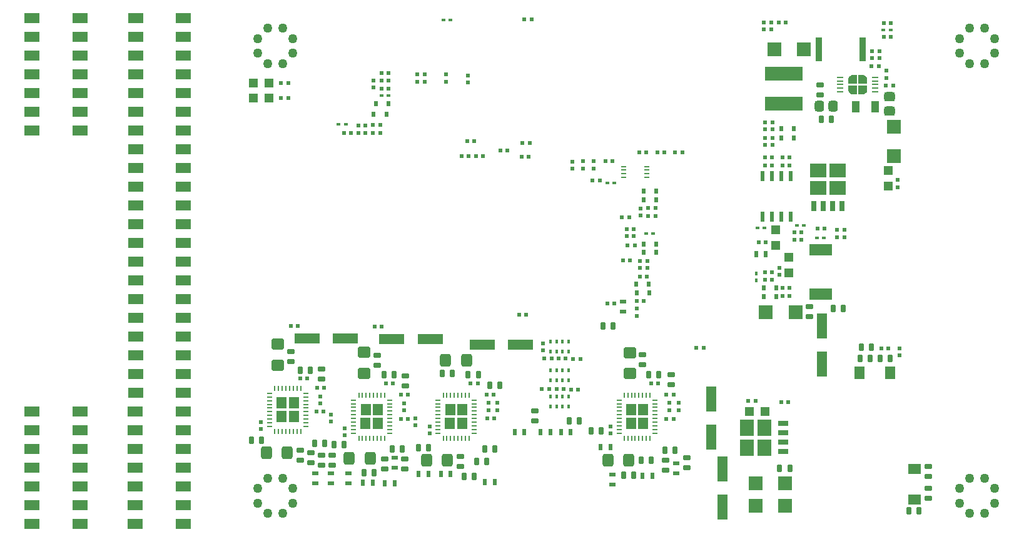
<source format=gtp>
G04 Layer_Color=8421504*
%FSLAX25Y25*%
%MOIN*%
G70*
G01*
G75*
%ADD143R,0.08898X0.07520*%
%ADD144R,0.07520X0.08898*%
%ADD145R,0.05276X0.06181*%
%ADD146R,0.08068X0.05706*%
G04:AMPARAMS|DCode=147|XSize=20mil|YSize=22mil|CornerRadius=3.4mil|HoleSize=0mil|Usage=FLASHONLY|Rotation=180.000|XOffset=0mil|YOffset=0mil|HoleType=Round|Shape=RoundedRectangle|*
%AMROUNDEDRECTD147*
21,1,0.02000,0.01520,0,0,180.0*
21,1,0.01320,0.02200,0,0,180.0*
1,1,0.00680,-0.00660,0.00760*
1,1,0.00680,0.00660,0.00760*
1,1,0.00680,0.00660,-0.00760*
1,1,0.00680,-0.00660,-0.00760*
%
%ADD147ROUNDEDRECTD147*%
G04:AMPARAMS|DCode=148|XSize=21.62mil|YSize=22mil|CornerRadius=3.72mil|HoleSize=0mil|Usage=FLASHONLY|Rotation=90.000|XOffset=0mil|YOffset=0mil|HoleType=Round|Shape=RoundedRectangle|*
%AMROUNDEDRECTD148*
21,1,0.02162,0.01455,0,0,90.0*
21,1,0.01417,0.02200,0,0,90.0*
1,1,0.00745,0.00728,0.00709*
1,1,0.00745,0.00728,-0.00709*
1,1,0.00745,-0.00728,-0.00709*
1,1,0.00745,-0.00728,0.00709*
%
%ADD148ROUNDEDRECTD148*%
%ADD149R,0.03816X0.00965*%
%ADD150R,0.02950X0.00965*%
%ADD151R,0.02438X0.03265*%
%ADD152R,0.01965X0.01768*%
%ADD153R,0.01768X0.01965*%
%ADD154R,0.03265X0.02438*%
G04:AMPARAMS|DCode=155|XSize=20mil|YSize=22mil|CornerRadius=3.4mil|HoleSize=0mil|Usage=FLASHONLY|Rotation=270.000|XOffset=0mil|YOffset=0mil|HoleType=Round|Shape=RoundedRectangle|*
%AMROUNDEDRECTD155*
21,1,0.02000,0.01520,0,0,270.0*
21,1,0.01320,0.02200,0,0,270.0*
1,1,0.00680,-0.00760,-0.00660*
1,1,0.00680,-0.00760,0.00660*
1,1,0.00680,0.00760,0.00660*
1,1,0.00680,0.00760,-0.00660*
%
%ADD155ROUNDEDRECTD155*%
%ADD156R,0.02600X0.05400*%
%ADD157R,0.05400X0.02600*%
G04:AMPARAMS|DCode=158|XSize=27.13mil|YSize=37.37mil|CornerRadius=4.83mil|HoleSize=0mil|Usage=FLASHONLY|Rotation=180.000|XOffset=0mil|YOffset=0mil|HoleType=Round|Shape=RoundedRectangle|*
%AMROUNDEDRECTD158*
21,1,0.02713,0.02772,0,0,180.0*
21,1,0.01748,0.03737,0,0,180.0*
1,1,0.00965,-0.00874,0.01386*
1,1,0.00965,0.00874,0.01386*
1,1,0.00965,0.00874,-0.01386*
1,1,0.00965,-0.00874,-0.01386*
%
%ADD158ROUNDEDRECTD158*%
G04:AMPARAMS|DCode=159|XSize=27.13mil|YSize=37.37mil|CornerRadius=4.83mil|HoleSize=0mil|Usage=FLASHONLY|Rotation=270.000|XOffset=0mil|YOffset=0mil|HoleType=Round|Shape=RoundedRectangle|*
%AMROUNDEDRECTD159*
21,1,0.02713,0.02772,0,0,270.0*
21,1,0.01748,0.03737,0,0,270.0*
1,1,0.00965,-0.01386,-0.00874*
1,1,0.00965,-0.01386,0.00874*
1,1,0.00965,0.01386,0.00874*
1,1,0.00965,0.01386,-0.00874*
%
%ADD159ROUNDEDRECTD159*%
%ADD160R,0.05312X0.13186*%
%ADD161R,0.13186X0.05312*%
G04:AMPARAMS|DCode=162|XSize=50mil|YSize=58mil|CornerRadius=12mil|HoleSize=0mil|Usage=FLASHONLY|Rotation=0.000|XOffset=0mil|YOffset=0mil|HoleType=Round|Shape=RoundedRectangle|*
%AMROUNDEDRECTD162*
21,1,0.05000,0.03400,0,0,0.0*
21,1,0.02600,0.05800,0,0,0.0*
1,1,0.02400,0.01300,-0.01700*
1,1,0.02400,-0.01300,-0.01700*
1,1,0.02400,-0.01300,0.01700*
1,1,0.02400,0.01300,0.01700*
%
%ADD162ROUNDEDRECTD162*%
G04:AMPARAMS|DCode=163|XSize=50mil|YSize=58mil|CornerRadius=12mil|HoleSize=0mil|Usage=FLASHONLY|Rotation=270.000|XOffset=0mil|YOffset=0mil|HoleType=Round|Shape=RoundedRectangle|*
%AMROUNDEDRECTD163*
21,1,0.05000,0.03400,0,0,270.0*
21,1,0.02600,0.05800,0,0,270.0*
1,1,0.02400,-0.01700,-0.01300*
1,1,0.02400,-0.01700,0.01300*
1,1,0.02400,0.01700,0.01300*
1,1,0.02400,0.01700,-0.01300*
%
%ADD163ROUNDEDRECTD163*%
%ADD164R,0.04131X0.06493*%
G04:AMPARAMS|DCode=165|XSize=61mil|YSize=69mil|CornerRadius=14.75mil|HoleSize=0mil|Usage=FLASHONLY|Rotation=180.000|XOffset=0mil|YOffset=0mil|HoleType=Round|Shape=RoundedRectangle|*
%AMROUNDEDRECTD165*
21,1,0.06100,0.03950,0,0,180.0*
21,1,0.03150,0.06900,0,0,180.0*
1,1,0.02950,-0.01575,0.01975*
1,1,0.02950,0.01575,0.01975*
1,1,0.02950,0.01575,-0.01975*
1,1,0.02950,-0.01575,-0.01975*
%
%ADD165ROUNDEDRECTD165*%
G04:AMPARAMS|DCode=166|XSize=61mil|YSize=69mil|CornerRadius=14.75mil|HoleSize=0mil|Usage=FLASHONLY|Rotation=90.000|XOffset=0mil|YOffset=0mil|HoleType=Round|Shape=RoundedRectangle|*
%AMROUNDEDRECTD166*
21,1,0.06100,0.03950,0,0,90.0*
21,1,0.03150,0.06900,0,0,90.0*
1,1,0.02950,0.01975,0.01575*
1,1,0.02950,0.01975,-0.01575*
1,1,0.02950,-0.01975,-0.01575*
1,1,0.02950,-0.01975,0.01575*
%
%ADD166ROUNDEDRECTD166*%
%ADD167R,0.01800X0.02400*%
%ADD168R,0.03343X0.12792*%
%ADD169C,0.05000*%
%ADD170R,0.02200X0.05800*%
%ADD171R,0.04600X0.04600*%
%ADD172R,0.05233X0.06887*%
%ADD173R,0.02162X0.02950*%
%ADD174R,0.07700X0.07700*%
%ADD175R,0.07700X0.07700*%
%ADD176R,0.12400X0.06100*%
%ADD177R,0.19879X0.07615*%
%ADD178R,0.04600X0.04600*%
%ADD179R,0.06887X0.05233*%
%ADD180O,0.00784X0.03146*%
%ADD181O,0.03146X0.00784*%
G36*
X472465Y236698D02*
Y236446D01*
X472366Y235952D01*
X472173Y235486D01*
X471893Y235067D01*
X471537Y234711D01*
X471118Y234431D01*
X470652Y234238D01*
X470158Y234139D01*
X467740D01*
Y238864D01*
X472465D01*
Y236698D01*
D02*
G37*
G36*
X466953Y234139D02*
X464535D01*
X464041Y234238D01*
X463575Y234431D01*
X463156Y234711D01*
X462800Y235067D01*
X462520Y235486D01*
X462327Y235952D01*
X462228Y236446D01*
Y236698D01*
Y238864D01*
X466953D01*
Y234139D01*
D02*
G37*
G36*
X470652Y244277D02*
X471118Y244084D01*
X471537Y243804D01*
X471893Y243448D01*
X472173Y243029D01*
X472366Y242563D01*
X472465Y242069D01*
Y241816D01*
Y239651D01*
X467740D01*
Y244376D01*
X470158D01*
X470652Y244277D01*
D02*
G37*
G36*
X466953Y239651D02*
X462228D01*
Y241816D01*
Y242069D01*
X462327Y242563D01*
X462520Y243029D01*
X462800Y243448D01*
X463156Y243804D01*
X463575Y244084D01*
X464041Y244277D01*
X464535Y244376D01*
X466953D01*
Y239651D01*
D02*
G37*
G54D143*
X446173Y193491D02*
D03*
X456810Y193487D02*
D03*
X456810Y184231D02*
D03*
X446173Y184235D02*
D03*
G54D144*
X417601Y45449D02*
D03*
X417605Y56087D02*
D03*
X408349Y56087D02*
D03*
X408345Y45449D02*
D03*
G54D145*
X160408Y61922D02*
D03*
X166869Y69290D02*
D03*
X160412Y69287D02*
D03*
X166868Y61921D02*
D03*
X211606Y58321D02*
D03*
X205150Y65687D02*
D03*
X211607Y65690D02*
D03*
X205146Y58322D02*
D03*
X250146D02*
D03*
X256607Y65690D02*
D03*
X250150Y65687D02*
D03*
X256606Y58321D02*
D03*
X353006D02*
D03*
X346550Y65687D02*
D03*
X353007Y65690D02*
D03*
X346546Y58322D02*
D03*
G54D146*
X27343Y274828D02*
D03*
X52933D02*
D03*
X27343Y264828D02*
D03*
X52933D02*
D03*
X27343Y254828D02*
D03*
X52933D02*
D03*
X27343Y244828D02*
D03*
X52933D02*
D03*
X27343Y234828D02*
D03*
X52933D02*
D03*
X27343Y224828D02*
D03*
X52933D02*
D03*
X27343Y214828D02*
D03*
X52933D02*
D03*
X82480Y64828D02*
D03*
X108071D02*
D03*
X82480Y54828D02*
D03*
X108071D02*
D03*
X82480Y44828D02*
D03*
X108071D02*
D03*
X82480Y34828D02*
D03*
X108071D02*
D03*
X82480Y24828D02*
D03*
X108071D02*
D03*
X82480Y14828D02*
D03*
X108071D02*
D03*
X82480Y4828D02*
D03*
X108071D02*
D03*
X82500Y134828D02*
D03*
X108091D02*
D03*
X82500Y124828D02*
D03*
X108091D02*
D03*
X82500Y114828D02*
D03*
X108091D02*
D03*
X82500Y104828D02*
D03*
X108091D02*
D03*
X82500Y94828D02*
D03*
X108091D02*
D03*
X82500Y84828D02*
D03*
X108091D02*
D03*
X82500Y74828D02*
D03*
X108091D02*
D03*
X82500Y204828D02*
D03*
X108091D02*
D03*
X82500Y194828D02*
D03*
X108091D02*
D03*
X82500Y184828D02*
D03*
X108091D02*
D03*
X82500Y174828D02*
D03*
X108091D02*
D03*
X82500Y164828D02*
D03*
X108091D02*
D03*
X82500Y154828D02*
D03*
X108091D02*
D03*
X82500Y144828D02*
D03*
X108091D02*
D03*
X82500Y274828D02*
D03*
X108091D02*
D03*
X82500Y264828D02*
D03*
X108091D02*
D03*
X82500Y254828D02*
D03*
X108091D02*
D03*
X82500Y244828D02*
D03*
X108091D02*
D03*
X82500Y234828D02*
D03*
X108091D02*
D03*
X82500Y224828D02*
D03*
X108091D02*
D03*
X82500Y214828D02*
D03*
X108091D02*
D03*
X27343Y64828D02*
D03*
X52933D02*
D03*
X27343Y54828D02*
D03*
X52933D02*
D03*
X27343Y44828D02*
D03*
X52933D02*
D03*
X27343Y34828D02*
D03*
X52933D02*
D03*
X27343Y24828D02*
D03*
X52933D02*
D03*
X27343Y14828D02*
D03*
X52933D02*
D03*
X27343Y4828D02*
D03*
X52933D02*
D03*
G54D147*
X480003Y98525D02*
D03*
X483793D02*
D03*
X433688Y160400D02*
D03*
X437478D02*
D03*
X259968Y201200D02*
D03*
X256178D02*
D03*
X344788Y153300D02*
D03*
X348578D02*
D03*
X433688Y156500D02*
D03*
X437478D02*
D03*
X430948Y130700D02*
D03*
X427178D02*
D03*
X369248Y60600D02*
D03*
X365478D02*
D03*
X357378Y79800D02*
D03*
X361148D02*
D03*
X365408Y73900D02*
D03*
X369178D02*
D03*
X269878Y61000D02*
D03*
X273648D02*
D03*
X261078Y79700D02*
D03*
X264848D02*
D03*
X273378Y73900D02*
D03*
X269608D02*
D03*
X227748Y60800D02*
D03*
X223978D02*
D03*
X215978Y79700D02*
D03*
X219748D02*
D03*
X223946Y73800D02*
D03*
X227716D02*
D03*
X474778Y249200D02*
D03*
X478548D02*
D03*
X344308Y162100D02*
D03*
X348078D02*
D03*
X299070Y76644D02*
D03*
X302840D02*
D03*
X304235Y92983D02*
D03*
X300465D02*
D03*
X306846Y76644D02*
D03*
X310616D02*
D03*
X311716Y92983D02*
D03*
X307946D02*
D03*
X318421Y76546D02*
D03*
X314651D02*
D03*
X315751Y92884D02*
D03*
X319521D02*
D03*
X345502Y168529D02*
D03*
X341732D02*
D03*
X182648Y64600D02*
D03*
X178878D02*
D03*
X170378Y82300D02*
D03*
X174148D02*
D03*
X179208Y77400D02*
D03*
X182978D02*
D03*
X385178Y98800D02*
D03*
X381408D02*
D03*
X293548Y274200D02*
D03*
X289778D02*
D03*
X425178Y272400D02*
D03*
X428948D02*
D03*
X205103Y217525D02*
D03*
X201313D02*
D03*
X213503Y241425D02*
D03*
X217293D02*
D03*
X213503Y245525D02*
D03*
X217293D02*
D03*
X217303Y237225D02*
D03*
X213513D02*
D03*
X481178Y264600D02*
D03*
X484968D02*
D03*
X484978Y272000D02*
D03*
X481188D02*
D03*
X427178Y126400D02*
D03*
X430968D02*
D03*
X349588Y123600D02*
D03*
X353378D02*
D03*
X344278Y158300D02*
D03*
X348068D02*
D03*
X417978Y135200D02*
D03*
X421768D02*
D03*
X421778Y139200D02*
D03*
X417988D02*
D03*
X209103Y213525D02*
D03*
X212873D02*
D03*
X197303Y213425D02*
D03*
X193533D02*
D03*
X482388Y238700D02*
D03*
X486178D02*
D03*
X427303Y200325D02*
D03*
X431093D02*
D03*
X355778Y173400D02*
D03*
X359568D02*
D03*
X414613Y154925D02*
D03*
X418403D02*
D03*
X326103Y188025D02*
D03*
X329893D02*
D03*
X445888Y162300D02*
D03*
X449678D02*
D03*
X336778Y198500D02*
D03*
X332988D02*
D03*
X426588Y69700D02*
D03*
X430378D02*
D03*
X409078Y70300D02*
D03*
X412868D02*
D03*
X351288Y136900D02*
D03*
X355078D02*
D03*
X163878Y232000D02*
D03*
X160088D02*
D03*
X359568Y169200D02*
D03*
X355778D02*
D03*
X421793Y200325D02*
D03*
X418003D02*
D03*
X431103Y196025D02*
D03*
X427313D02*
D03*
X418013D02*
D03*
X421803D02*
D03*
X354678Y203000D02*
D03*
X350888D02*
D03*
X205103Y213425D02*
D03*
X201313D02*
D03*
X212893Y217625D02*
D03*
X209103D02*
D03*
X163903Y240100D02*
D03*
X160113D02*
D03*
X209911Y109941D02*
D03*
X213701D02*
D03*
X169103Y110325D02*
D03*
X165313D02*
D03*
X346078Y145350D02*
D03*
X342288D02*
D03*
X280778Y204200D02*
D03*
X276988D02*
D03*
X290748Y116400D02*
D03*
X286958D02*
D03*
X333978Y122400D02*
D03*
X337768D02*
D03*
X288303Y200725D02*
D03*
X292093D02*
D03*
X288703Y208025D02*
D03*
X292493D02*
D03*
X267778Y201100D02*
D03*
X263988D02*
D03*
X262978Y209200D02*
D03*
X259188D02*
D03*
X364478Y203200D02*
D03*
X360688D02*
D03*
X373878Y203100D02*
D03*
X370088D02*
D03*
G54D148*
X489603Y98425D02*
D03*
Y94635D02*
D03*
G54D149*
X476795Y235320D02*
D03*
Y237289D02*
D03*
Y239258D02*
D03*
Y241226D02*
D03*
Y243195D02*
D03*
X457898Y235320D02*
D03*
Y237289D02*
D03*
Y239258D02*
D03*
Y241226D02*
D03*
Y243195D02*
D03*
G54D150*
X355102Y189672D02*
D03*
Y191641D02*
D03*
Y193609D02*
D03*
Y195578D02*
D03*
X342504Y189672D02*
D03*
Y191641D02*
D03*
Y193609D02*
D03*
Y195578D02*
D03*
G54D151*
X418421Y148725D02*
D03*
X413185D02*
D03*
X352660Y30300D02*
D03*
X357896D02*
D03*
X309160Y53800D02*
D03*
X314396D02*
D03*
X298260D02*
D03*
X303496D02*
D03*
X284560D02*
D03*
X289796D02*
D03*
X250421Y31425D02*
D03*
X245185D02*
D03*
X335596Y45600D02*
D03*
X330360D02*
D03*
X203685Y26625D02*
D03*
X208921D02*
D03*
X215285Y26525D02*
D03*
X220521D02*
D03*
X233385Y31425D02*
D03*
X238621D02*
D03*
X268685Y27025D02*
D03*
X273921D02*
D03*
G54D152*
X413833Y162825D02*
D03*
X417573D02*
D03*
X246608Y273850D02*
D03*
X250348D02*
D03*
X190808Y217950D02*
D03*
X194548D02*
D03*
X358248Y159600D02*
D03*
X354508D02*
D03*
X434933Y163925D02*
D03*
X438673D02*
D03*
X449348Y157500D02*
D03*
X445608D02*
D03*
X213533Y233425D02*
D03*
X217273D02*
D03*
X334058Y186600D02*
D03*
X337798D02*
D03*
X481108Y268300D02*
D03*
X484848D02*
D03*
G54D153*
X413303Y138495D02*
D03*
Y134755D02*
D03*
G54D154*
X370678Y37118D02*
D03*
Y31882D02*
D03*
X336578Y31018D02*
D03*
Y25782D02*
D03*
X186603Y31643D02*
D03*
Y26407D02*
D03*
X342178Y118082D02*
D03*
Y123318D02*
D03*
X178303Y31643D02*
D03*
Y26407D02*
D03*
X196103Y31625D02*
D03*
Y26389D02*
D03*
X220603Y39943D02*
D03*
Y34707D02*
D03*
G54D155*
X460303Y161615D02*
D03*
Y157825D02*
D03*
X456203Y161615D02*
D03*
Y157825D02*
D03*
X422078Y215450D02*
D03*
Y219220D02*
D03*
X367078Y69270D02*
D03*
Y65500D02*
D03*
X335578Y56684D02*
D03*
Y52914D02*
D03*
X270768Y69291D02*
D03*
Y65521D02*
D03*
X239178Y53030D02*
D03*
Y56800D02*
D03*
X225687Y69152D02*
D03*
Y65382D02*
D03*
X194078Y55700D02*
D03*
Y51930D02*
D03*
X180978Y69100D02*
D03*
Y72870D02*
D03*
X149478Y55330D02*
D03*
Y59100D02*
D03*
X209403Y237725D02*
D03*
Y241515D02*
D03*
X418078Y219240D02*
D03*
Y215450D02*
D03*
X417403Y268635D02*
D03*
Y272425D02*
D03*
X421403Y268635D02*
D03*
Y272425D02*
D03*
X351178Y141410D02*
D03*
Y145200D02*
D03*
X422128Y207000D02*
D03*
Y210790D02*
D03*
X236803Y244625D02*
D03*
Y240855D02*
D03*
X371878Y69300D02*
D03*
Y65510D02*
D03*
X275378D02*
D03*
Y69300D02*
D03*
X231678Y61200D02*
D03*
Y57410D02*
D03*
X478978Y257190D02*
D03*
Y253400D02*
D03*
X474978Y253410D02*
D03*
Y257200D02*
D03*
X482778Y242910D02*
D03*
Y246700D02*
D03*
X351578Y173190D02*
D03*
Y169400D02*
D03*
X349578Y115800D02*
D03*
Y119590D02*
D03*
X355278Y141410D02*
D03*
Y145200D02*
D03*
X425578Y137700D02*
D03*
Y141490D02*
D03*
X488603Y184535D02*
D03*
Y188325D02*
D03*
X186778Y63200D02*
D03*
Y59410D02*
D03*
X418028Y207000D02*
D03*
Y210790D02*
D03*
X232703Y244625D02*
D03*
Y240835D02*
D03*
X299703Y97325D02*
D03*
Y101115D02*
D03*
X248003Y240825D02*
D03*
Y244615D02*
D03*
X326678Y198300D02*
D03*
Y194510D02*
D03*
X320978Y198300D02*
D03*
Y194510D02*
D03*
X315178Y198200D02*
D03*
Y194410D02*
D03*
X259603Y244225D02*
D03*
Y240435D02*
D03*
G54D156*
X443991Y174338D02*
D03*
X448991D02*
D03*
X453991D02*
D03*
X458991D02*
D03*
G54D157*
X427498Y58268D02*
D03*
Y53268D02*
D03*
Y48268D02*
D03*
Y43268D02*
D03*
G54D158*
X352101Y38900D02*
D03*
X357455D02*
D03*
X330555Y54300D02*
D03*
X325201D02*
D03*
X347855Y30700D02*
D03*
X342501D02*
D03*
X361455Y84500D02*
D03*
X356101D02*
D03*
X364501Y44100D02*
D03*
X369855D02*
D03*
X233301Y45500D02*
D03*
X238655D02*
D03*
X264401Y38200D02*
D03*
X269755D02*
D03*
X246001Y85100D02*
D03*
X251355D02*
D03*
X318855Y59700D02*
D03*
X313501D02*
D03*
X271401Y78700D02*
D03*
X276755D02*
D03*
X259801Y84400D02*
D03*
X265155D02*
D03*
X273855Y44800D02*
D03*
X268501D02*
D03*
X214901Y84400D02*
D03*
X220255D02*
D03*
X224655Y44700D02*
D03*
X219301D02*
D03*
X209655Y32000D02*
D03*
X204301D02*
D03*
X193580Y46925D02*
D03*
X188226D02*
D03*
X257501Y30200D02*
D03*
X262855D02*
D03*
X469351Y98950D02*
D03*
X474706D02*
D03*
X468601Y93200D02*
D03*
X473955D02*
D03*
X479301D02*
D03*
X484655D02*
D03*
X453355Y220700D02*
D03*
X448001D02*
D03*
X459655Y119700D02*
D03*
X454301D02*
D03*
X431155Y34400D02*
D03*
X425801D02*
D03*
X170301Y86900D02*
D03*
X175655D02*
D03*
X183255Y47900D02*
D03*
X177901D02*
D03*
X149555Y49500D02*
D03*
X144201D02*
D03*
X337055Y110500D02*
D03*
X331701D02*
D03*
X499955Y11800D02*
D03*
X494601D02*
D03*
G54D159*
X352778Y94977D02*
D03*
Y89623D02*
D03*
X365078Y38700D02*
D03*
Y33346D02*
D03*
X376278Y40077D02*
D03*
Y34723D02*
D03*
X367878Y84277D02*
D03*
Y78923D02*
D03*
X255503Y35548D02*
D03*
Y40902D02*
D03*
X295478Y59723D02*
D03*
Y65077D02*
D03*
X215203Y33948D02*
D03*
Y39302D02*
D03*
X211178Y94877D02*
D03*
Y89523D02*
D03*
X226003Y33948D02*
D03*
Y39302D02*
D03*
X226478Y83877D02*
D03*
Y78523D02*
D03*
X441578Y120677D02*
D03*
Y115323D02*
D03*
X447178Y233823D02*
D03*
Y239177D02*
D03*
X170178Y44177D02*
D03*
Y38823D02*
D03*
X175878Y37423D02*
D03*
Y42777D02*
D03*
X165178Y96777D02*
D03*
Y91423D02*
D03*
X181628Y36046D02*
D03*
Y41400D02*
D03*
X187428Y41377D02*
D03*
Y36023D02*
D03*
X181578Y81923D02*
D03*
Y87277D02*
D03*
X504978Y35477D02*
D03*
Y30123D02*
D03*
Y23677D02*
D03*
Y18323D02*
D03*
G54D160*
X395178Y34236D02*
D03*
Y13764D02*
D03*
X389278Y71436D02*
D03*
Y50964D02*
D03*
X448378Y110436D02*
D03*
Y89964D02*
D03*
G54D161*
X267305Y100500D02*
D03*
X287778D02*
D03*
X219103Y103325D02*
D03*
X239576D02*
D03*
X173942Y103700D02*
D03*
X194414D02*
D03*
G54D162*
X446938Y227600D02*
D03*
X454478D02*
D03*
G54D163*
X484378Y225200D02*
D03*
Y232740D02*
D03*
G54D164*
X476594Y227500D02*
D03*
X466161D02*
D03*
G54D165*
X334178Y38800D02*
D03*
X345376D02*
D03*
X247805Y91925D02*
D03*
X259003D02*
D03*
X207602Y39625D02*
D03*
X196403D02*
D03*
X237503Y38725D02*
D03*
X248702D02*
D03*
X152278Y42700D02*
D03*
X163476D02*
D03*
G54D166*
X345903Y96225D02*
D03*
Y85027D02*
D03*
X204378Y85202D02*
D03*
Y96400D02*
D03*
X158378Y89402D02*
D03*
Y100600D02*
D03*
G54D167*
X313175Y67350D02*
D03*
X310025D02*
D03*
X306850D02*
D03*
X303650D02*
D03*
Y72707D02*
D03*
X306850D02*
D03*
X310025D02*
D03*
X313175D02*
D03*
Y86683D02*
D03*
X310025D02*
D03*
X306850D02*
D03*
X303650D02*
D03*
Y81326D02*
D03*
X306850D02*
D03*
X310025D02*
D03*
X313175D02*
D03*
Y96877D02*
D03*
X310025D02*
D03*
X306850D02*
D03*
X303650D02*
D03*
Y102235D02*
D03*
X306850D02*
D03*
X310025D02*
D03*
X313175D02*
D03*
G54D168*
X446764Y258100D02*
D03*
X469992D02*
D03*
G54D169*
X540453Y15773D02*
D03*
Y23647D02*
D03*
X534941Y29159D02*
D03*
X527067D02*
D03*
X521555Y23647D02*
D03*
Y15773D02*
D03*
X527067Y10261D02*
D03*
X534941D02*
D03*
X540453Y255931D02*
D03*
Y263805D02*
D03*
X534941Y269317D02*
D03*
X527067D02*
D03*
X521555Y263805D02*
D03*
Y255931D02*
D03*
X527067Y250419D02*
D03*
X534941D02*
D03*
X166437Y255931D02*
D03*
Y263805D02*
D03*
X160925Y269317D02*
D03*
X153051D02*
D03*
X147539Y263805D02*
D03*
Y255931D02*
D03*
X153051Y250419D02*
D03*
X160925D02*
D03*
X166437Y15773D02*
D03*
Y23647D02*
D03*
X160925Y29159D02*
D03*
X153051D02*
D03*
X147539Y23647D02*
D03*
Y15773D02*
D03*
X153051Y10261D02*
D03*
X160925D02*
D03*
G54D170*
X416678Y168715D02*
D03*
X421678D02*
D03*
X431678D02*
D03*
X416678Y190442D02*
D03*
X421678D02*
D03*
X431678D02*
D03*
X426678Y168715D02*
D03*
Y190442D02*
D03*
G54D171*
X153512Y240100D02*
D03*
X145178D02*
D03*
X153512Y232100D02*
D03*
X145178D02*
D03*
X409744Y64600D02*
D03*
X418078D02*
D03*
G54D172*
X484588Y85400D02*
D03*
X468368D02*
D03*
G54D173*
X360124Y154200D02*
D03*
X353432D02*
D03*
X353232Y182300D02*
D03*
X359924D02*
D03*
X353232Y177700D02*
D03*
X359924D02*
D03*
X360124Y149600D02*
D03*
X353432D02*
D03*
X349485Y128000D02*
D03*
X356178D02*
D03*
X349431Y132600D02*
D03*
X356124D02*
D03*
X426757Y210725D02*
D03*
X433450D02*
D03*
X417232Y126200D02*
D03*
X423924D02*
D03*
X417232Y130800D02*
D03*
X423924D02*
D03*
X426757Y215625D02*
D03*
X433450D02*
D03*
X209457Y223325D02*
D03*
X216150D02*
D03*
X210657Y229225D02*
D03*
X217350D02*
D03*
G54D174*
X438778Y258100D02*
D03*
X423004D02*
D03*
X412950Y26368D02*
D03*
X428724D02*
D03*
X418378Y117900D02*
D03*
X434152D02*
D03*
X428633Y14383D02*
D03*
X412859D02*
D03*
G54D175*
X486603Y216825D02*
D03*
Y201051D02*
D03*
G54D176*
X447811Y151119D02*
D03*
Y127408D02*
D03*
G54D177*
X428078Y229226D02*
D03*
Y244974D02*
D03*
G54D178*
X430578Y138766D02*
D03*
Y147100D02*
D03*
X423703Y153291D02*
D03*
Y161625D02*
D03*
X483603Y185091D02*
D03*
Y193425D02*
D03*
G54D179*
X497578Y17790D02*
D03*
Y34010D02*
D03*
G54D180*
X156750Y77121D02*
D03*
X158719D02*
D03*
X160687D02*
D03*
X162656D02*
D03*
X164624D02*
D03*
X166593D02*
D03*
X168561D02*
D03*
X170530D02*
D03*
Y54090D02*
D03*
X168561D02*
D03*
X166593D02*
D03*
X164624D02*
D03*
X162656D02*
D03*
X160687D02*
D03*
X158719D02*
D03*
X156750D02*
D03*
X201488Y50490D02*
D03*
X203457D02*
D03*
X205425D02*
D03*
X207394D02*
D03*
X209362D02*
D03*
X211331D02*
D03*
X213299D02*
D03*
X215268D02*
D03*
Y73521D02*
D03*
X213299D02*
D03*
X211331D02*
D03*
X209362D02*
D03*
X207394D02*
D03*
X205425D02*
D03*
X203457D02*
D03*
X201488D02*
D03*
X246488D02*
D03*
X248457D02*
D03*
X250425D02*
D03*
X252394D02*
D03*
X254362D02*
D03*
X256331D02*
D03*
X258299D02*
D03*
X260268D02*
D03*
Y50490D02*
D03*
X258299D02*
D03*
X256331D02*
D03*
X254362D02*
D03*
X252394D02*
D03*
X250425D02*
D03*
X248457D02*
D03*
X246488D02*
D03*
X342888D02*
D03*
X344857D02*
D03*
X346825D02*
D03*
X348794D02*
D03*
X350762D02*
D03*
X352731D02*
D03*
X354699D02*
D03*
X356668D02*
D03*
Y73521D02*
D03*
X354699D02*
D03*
X352731D02*
D03*
X350762D02*
D03*
X348794D02*
D03*
X346825D02*
D03*
X344857D02*
D03*
X342888D02*
D03*
G54D181*
X173207Y74464D02*
D03*
Y72495D02*
D03*
Y70527D02*
D03*
Y68558D02*
D03*
Y66590D02*
D03*
Y64621D02*
D03*
Y62653D02*
D03*
Y60684D02*
D03*
Y58716D02*
D03*
Y56747D02*
D03*
X154073D02*
D03*
Y58716D02*
D03*
Y60684D02*
D03*
Y62653D02*
D03*
Y64621D02*
D03*
Y66590D02*
D03*
Y68558D02*
D03*
Y70527D02*
D03*
Y72495D02*
D03*
Y74464D02*
D03*
X198811Y70864D02*
D03*
Y68895D02*
D03*
Y66927D02*
D03*
Y64958D02*
D03*
Y62990D02*
D03*
Y61021D02*
D03*
Y59053D02*
D03*
Y57084D02*
D03*
Y55116D02*
D03*
Y53147D02*
D03*
X217945D02*
D03*
Y55116D02*
D03*
Y57084D02*
D03*
Y59053D02*
D03*
Y61021D02*
D03*
Y62990D02*
D03*
Y64958D02*
D03*
Y66927D02*
D03*
Y68895D02*
D03*
Y70864D02*
D03*
X262945D02*
D03*
Y68895D02*
D03*
Y66927D02*
D03*
Y64958D02*
D03*
Y62990D02*
D03*
Y61021D02*
D03*
Y59053D02*
D03*
Y57084D02*
D03*
Y55116D02*
D03*
Y53147D02*
D03*
X243811D02*
D03*
Y55116D02*
D03*
Y57084D02*
D03*
Y59053D02*
D03*
Y61021D02*
D03*
Y62990D02*
D03*
Y64958D02*
D03*
Y66927D02*
D03*
Y68895D02*
D03*
Y70864D02*
D03*
X340211D02*
D03*
Y68895D02*
D03*
Y66927D02*
D03*
Y64958D02*
D03*
Y62990D02*
D03*
Y61021D02*
D03*
Y59053D02*
D03*
Y57084D02*
D03*
Y55116D02*
D03*
Y53147D02*
D03*
X359345D02*
D03*
Y55116D02*
D03*
Y57084D02*
D03*
Y59053D02*
D03*
Y61021D02*
D03*
Y62990D02*
D03*
Y64958D02*
D03*
Y66927D02*
D03*
Y68895D02*
D03*
Y70864D02*
D03*
M02*

</source>
